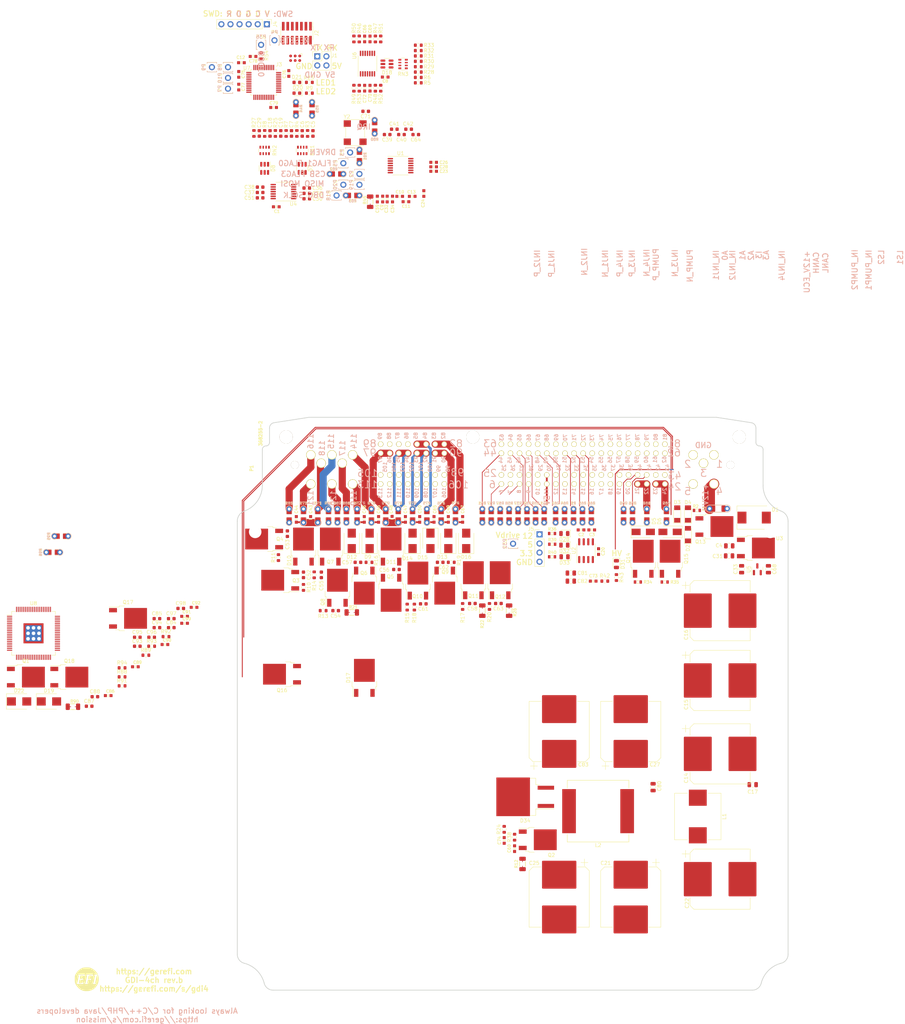
<source format=kicad_pcb>
(kicad_pcb (version 20211014) (generator pcbnew)
  (title_block (title "GDI 4ch") (date "2022-06-03") (rev "Rev. b") (company "http://gerefi.com/"))
  (layers (0 "F.Cu" signal) (1 "In1.Cu" power "GND") (2 "In2.Cu" power "PWR") (31 "B.Cu" signal) (34 "B.Paste" user) (35 "F.Paste" user) (36 "B.SilkS" user "B.Silkscreen") (37 "F.SilkS" user "F.Silkscreen") (38 "B.Mask" user) (39 "F.Mask" user) (44 "Edge.Cuts" user))
  (net 0 "")
  (net 1 "GND")
  (net 5 "/OUT_PUMP_N")
  (net 20 "/OUT_PUMP_P")
  (net 30 "+3V3")
  (net 82 "/CAN_H")
  (net 83 "/CAN_L")
  (net 84 "+BATT")
  (net 85 "/IN_INJ1")
  (net 86 "/IN_INJ2")
  (net 87 "/IN_INJ3")
  (net 88 "+5V")
  (net 89 "Net-(C32-Pad2)")
  (net 90 "Net-(C10-Pad2)")
  (net 91 "Net-(C11-Pad2)")
  (net 92 "Net-(C13-Pad2)")
  (net 93 "/IN_PUMP1")
  (net 94 "/IN_INJ4")
  (net 95 "/VCCP")
  (net 96 "Vdrive")
  (net 97 "/IN_PUMP2")
  (net 98 "Net-(C30-Pad2)")
  (net 99 "Net-(C35-Pad2)")
  (net 100 "Net-(C36-Pad2)")
  (net 101 "Net-(C37-Pad2)")
  (net 102 "Net-(C38-Pad2)")
  (net 103 "Net-(C39-Pad1)")
  (net 104 "Net-(C39-Pad2)")
  (net 105 "Net-(C40-Pad1)")
  (net 106 "Net-(C40-Pad2)")
  (net 107 "Net-(C41-Pad1)")
  (net 108 "/H1")
  (net 109 "Net-(C42-Pad1)")
  (net 110 "/H3")
  (net 111 "/L1")
  (net 112 "/L2")
  (net 113 "/L3")
  (net 114 "/L4")
  (net 115 "Net-(C51-Pad2)")
  (net 116 "Net-(C52-Pad2)")
  (net 117 "Net-(C53-Pad2)")
  (net 118 "Net-(C54-Pad2)")
  (net 119 "Net-(C55-Pad2)")
  (net 120 "Net-(C56-Pad2)")
  (net 121 "Net-(C57-Pad2)")
  (net 122 "Net-(C58-Pad2)")
  (net 123 "Net-(C59-Pad2)")
  (net 124 "Net-(C60-Pad2)")
  (net 125 "Net-(C61-Pad2)")
  (net 126 "/H5")
  (net 127 "Net-(C62-Pad2)")
  (net 128 "Net-(C63-Pad2)")
  (net 129 "Net-(C64-Pad1)")
  (net 130 "/L5")
  (net 131 "Net-(C73-Pad2)")
  (net 132 "Net-(C74-Pad2)")
  (net 133 "Net-(D1-Pad1)")
  (net 134 "Net-(D2-Pad2)")
  (net 135 "Net-(D3-Pad2)")
  (net 136 "Net-(D4-Pad2)")
  (net 137 "/OUT_LS1")
  (net 138 "/OUT_LS2")
  (net 141 "Net-(D20-Pad1)")
  (net 142 "Net-(D20-Pad2)")
  (net 143 "Net-(D21-Pad1)")
  (net 144 "/LED_GREEN")
  (net 145 "Net-(D28-Pad2)")
  (net 146 "Net-(D32-Pad2)")
  (net 147 "Net-(D33-Pad2)")
  (net 148 "Net-(P1-Pad4)")
  (net 149 "/UART_TX")
  (net 150 "/UART_RX")
  (net 153 "/SWDIO")
  (net 154 "/SWCLK")
  (net 155 "/SWO")
  (net 158 "/nRESET")
  (net 161 "Net-(P1-Pad6)")
  (net 162 "Net-(P1-Pad7)")
  (net 163 "Net-(P1-Pad8)")
  (net 164 "Net-(P1-Pad9)")
  (net 165 "Net-(P1-Pad21)")
  (net 166 "Net-(P1-Pad23)")
  (net 167 "Net-(P1-Pad40)")
  (net 168 "Net-(P1-Pad41)")
  (net 169 "Net-(P1-Pad44)")
  (net 170 "Net-(P1-Pad45)")
  (net 171 "Net-(P1-Pad46)")
  (net 172 "Net-(P1-Pad47)")
  (net 173 "Net-(P1-Pad48)")
  (net 174 "Net-(P1-Pad49)")
  (net 175 "Net-(P1-Pad51)")
  (net 176 "Net-(P1-Pad52)")
  (net 177 "Net-(P1-Pad53)")
  (net 178 "/OUT_INJ3_N")
  (net 179 "/OUT_INJ4_N")
  (net 180 "/OUT_INJ3_P")
  (net 181 "/OUT_INJ4_P")
  (net 182 "/OUT_INJ1_N")
  (net 183 "/H7")
  (net 184 "/L7")
  (net 185 "/IN_INJ5")
  (net 186 "/OUT_INJ1_P")
  (net 187 "/OUT_INJ2_N")
  (net 188 "/IN_INJ6")
  (net 189 "/OUT_INJ2_P")
  (net 190 "/CSB")
  (net 191 "/DRVEN")
  (net 192 "/RESETB")
  (net 193 "/FLAG_0")
  (net 194 "Net-(C87-Pad2)")
  (net 195 "Net-(P7-Pad1)")
  (net 196 "Net-(P8-Pad1)")
  (net 197 "Net-(P9-Pad1)")
  (net 198 "Net-(P10-Pad1)")
  (net 199 "Net-(C88-Pad2)")
  (net 200 "Net-(R44-Pad2)")
  (net 201 "Net-(R55-Pad2)")
  (net 202 "Net-(R80-Pad1)")
  (net 203 "/IRQ")
  (net 204 "Net-(R81-Pad1)")
  (net 205 "/FLAG_1")
  (net 206 "/SCLK")
  (net 207 "/MISO")
  (net 208 "/MOSI")
  (net 209 "Net-(R82-Pad1)")
  (net 210 "/FLAG_2")
  (net 211 "Net-(R83-Pad1)")
  (net 212 "/DBG")
  (net 213 "/L6")
  (net 214 "/LS1")
  (net 215 "/LS2")
  (net 216 "/IN_A0")
  (net 217 "Net-(R10-Pad1)")
  (net 218 "Net-(R11-Pad1)")
  (net 219 "Net-(R13-Pad1)")
  (net 220 "Net-(R14-Pad1)")
  (net 221 "Net-(R15-Pad1)")
  (net 222 "Net-(R16-Pad1)")
  (net 223 "Net-(R17-Pad1)")
  (net 224 "Net-(R18-Pad1)")
  (net 225 "Net-(R19-Pad1)")
  (net 226 "Net-(R20-Pad1)")
  (net 227 "Net-(R24-Pad2)")
  (net 228 "/IN_A1")
  (net 229 "/IN_A2")
  (net 230 "/IN_A3")
  (net 232 "/A0")
  (net 233 "Net-(R46-Pad2)")
  (net 234 "/A1")
  (net 235 "Net-(R47-Pad2)")
  (net 236 "/A2")
  (net 237 "Net-(R48-Pad2)")
  (net 238 "/A3")
  (net 239 "Net-(R49-Pad2)")
  (net 240 "/Boot0")
  (net 241 "Net-(C93-Pad1)")
  (net 242 "Net-(C93-Pad2)")
  (net 243 "Net-(C94-Pad2)")
  (net 244 "Net-(C95-Pad1)")
  (net 245 "/CLK")
  (net 246 "/START1")
  (net 247 "/START2")
  (net 248 "/START3")
  (net 249 "/START4")
  (net 250 "/START5")
  (net 251 "/START6")
  (net 252 "/OA_1")
  (net 253 "/OA_2")
  (net 254 "/CAN_TX")
  (net 255 "/CAN_RX")
  (net 256 "Net-(C10-Pad1)")
  (net 257 "Net-(C11-Pad1)")
  (net 258 "Net-(C13-Pad1)")
  (net 259 "Net-(C24-Pad1)")
  (net 260 "Net-(C24-Pad2)")
  (net 261 "/Vdrive_coil")
  (net 262 "/+Batt_filtered")
  (net 263 "/Vdrive_shunt")
  (net 264 "Net-(C54-Pad1)")
  (net 265 "Net-(C58-Pad1)")
  (net 266 "Net-(C63-Pad1)")
  (net 267 "Net-(C66-Pad2)")
  (net 268 "Net-(C69-Pad2)")
  (net 269 "Net-(C70-Pad2)")
  (net 270 "Net-(C72-Pad2)")
  (net 271 "Net-(D31-Pad2)")
  (net 274 "Net-(C95-Pad2)")
  (net 275 "Net-(C96-Pad2)")
  (net 276 "Net-(C97-Pad1)")
  (net 277 "Net-(C98-Pad1)")
  (net 278 "Net-(C99-Pad1)")
  (net 279 "Net-(C99-Pad2)")
  (net 280 "/OUT_INJ6_N")
  (net 281 "/OUT_INJ5_P")
  (net 282 "/OUT_INJ5_N")
  (net 283 "/OUT_INJ6_P")
  (net 284 "Net-(R91-Pad1)")
  (net 285 "Net-(R92-Pad1)")
  (net 286 "Net-(R93-Pad1)")
  (net 287 "Net-(R94-Pad1)")
  (net 288 "Net-(R95-Pad1)")
  (net 289 "/FLAG_4")
  (net 290 "Net-(R96-Pad1)")
  (net 291 "/FLAG_3")
  (net 292 "/START7")
  (net 293 "/START8")
  (net 298 "/OA_3")
  (footprint "hellen-one-common:PAD-0805-PAD" (layer "F.Cu") (at 128 53.5 -90)
    (fp_text reference "R75")
    (fp_text value "Jumper-Pad-Pad" hide)
  )
  (footprint "Diode_SMD:D_SMB" (layer "F.Cu") (at 124 60.5 90)
    (fp_text reference "D14")
    (fp_text value "STPS2H100UY")
  )
  (footprint "Capacitor_SMD:C_0603_1608Metric" (layer "F.Cu") (at 122.9 -54.475 180)
    (fp_text reference "C42")
    (fp_text value "0.33uF")
  )
  (footprint "Capacitor_SMD:C_0603_1608Metric" (layer "F.Cu") (at 81.375 -35.3)
    (fp_text reference "C51")
    (fp_text value "1000pF")
  )
  (footprint "kicad6-libraries:Shunt_1206" (layer "F.Cu") (at 151 80 -90)
    (fp_text reference "R26")
    (fp_text value "0.01" hide)
  )
  (footprint "hellen-one-common:PAD-TH" (layer "F.Cu") (at 104.65 -38.975 90)
    (fp_text reference "P20")
    (fp_text value "Pad" hide)
  )
  (footprint "hellen-one-common:PAD-0805-PAD" (layer "F.Cu") (at 103 53.5 -90)
    (fp_text reference "R87")
    (fp_text value "Jumper-Pad-Pad" hide)
  )
  (footprint "Resistor_SMD:R_0603_1608Metric" (layer "F.Cu") (at 145.5 78.825 90)
    (fp_text reference "R20")
    (fp_text value "10")
  )
  (footprint "Resistor_SMD:R_0603_1608Metric" (layer "F.Cu") (at 149.625 141.075 90)
    (fp_text reference "R24")
    (fp_text value "10")
  )
  (footprint "hellen-one-common:C0603" (layer "F.Cu") (at 152.525 146.475 90)
    (fp_text reference "C60")
    (fp_text value "330p" hide)
  )
  (footprint "hellen-one-common:PAD-0805-PAD" (layer "F.Cu") (at 105.5 53.5 -90)
    (fp_text reference "R86")
    (fp_text value "Jumper-Pad-Pad" hide)
  )
  (footprint "hellen-one-common:PAD-0805-PAD" (layer "F.Cu") (at 174 53.5 -90)
    (fp_text reference "R66")
    (fp_text value "Jumper-Pad-Pad" hide)
  )
  (footprint "Resistor_SMD:R_0603_1608Metric" (layer "F.Cu") (at 107.6 -79.6875 -90)
    (fp_text reference "R46")
    (fp_text value "6.8K")
  )
  (footprint "hellen-one-common:PAD-0805-PAD" (layer "F.Cu") (at 95.9 -60.145 90)
    (fp_text reference "R55")
    (fp_text value "DNP" hide)
  )
  (footprint "Package_TO_SOT_SMD:TO-252-2" (layer "F.Cu") (at 44.45 82.15)
    (fp_text reference "Q17")
    (fp_text value "BUK9230-100B")
  )
  (footprint "kicad6-libraries:gerefi_logo" (layer "F.Cu") (at 32.9 183)
    (fp_text reference "G1" hide)
    (fp_text value "gerefi_LOGO" hide)
  )
  (footprint "Diode_SMD:D_SMB" (layer "F.Cu") (at 129 60.5 -90)
    (fp_text reference "D15")
    (fp_text value "STPS2H100UY")
  )
  (footprint "hellen-one-common:C0603" (layer "F.Cu") (at 116.9 -34.975 90)
    (fp_text reference "C32")
    (fp_text value "100n" hide)
  )
  (footprint "Resistor_SMD:R_0603_1608Metric" (layer "F.Cu") (at 109.1 -65.9375 -90)
    (fp_text reference "R53")
    (fp_text value "10K")
  )
  (footprint "hellen-one-common:C0603" (layer "F.Cu") (at 176 63.5 -90)
    (fp_text reference "C20")
    (fp_text value "100n" hide)
  )
  (footprint "Resistor_SMD:R_0603_1608Metric" (layer "F.Cu") (at 125.6 -76.4375 180)
    (fp_text reference "R32")
    (fp_text value "DNP")
  )
  (footprint "Package_QFP:LQFP-48_7x7mm_P0.5mm" (layer "F.Cu") (at 82.4 -67.55)
    (fp_text reference "U7")
    (fp_text value "STM32F103C8Tx")
  )
  (footprint "hellen-one-common:C0603" (layer "F.Cu") (at 171.1 57.45 180)
    (fp_text reference "C2")
    (fp_text value "47p" hide)
  )
  (footprint "Resistor_SMD:R_0603_1608Metric" (layer "F.Cu") (at 125.6 -67.4375 180)
    (fp_text reference "R5")
    (fp_text value "DNP")
  )
  (footprint "Resistor_SMD:R_0603_1608Metric" (layer "F.Cu") (at 125.6 -70.4375 180)
    (fp_text reference "R28")
    (fp_text value "DNP")
  )
  (footprint "Capacitor_SMD:CP_Elec_16x17.5" (layer "F.Cu") (at 185 160 -90)
    (fp_text reference "C21")
    (fp_text value "390uF")
  )
  (footprint "hellen-one-common:PAD-0805-PAD" (layer "F.Cu") (at 148.5 53.5 -90)
    (fp_text reference "R67")
    (fp_text value "Jumper-Pad-Pad" hide)
  )
  (footprint "Resistor_SMD:R_0603_1608Metric" (layer "F.Cu") (at 122.5 79 90)
    (fp_text reference "R15")
    (fp_text value "10")
  )
  (footprint "hellen-one-common:PAD-0805-PAD" (layer "F.Cu") (at 189.5 53.5 -90)
    (fp_text reference "R68")
    (fp_text value "Jumper-Pad-Pad" hide)
  )
  (footprint "hellen-one-common:PAD-0805-PAD" (layer "F.Cu") (at 116.5 53.5 -90)
    (fp_text reference "R79")
    (fp_text value "Jumper-Pad-Pad" hide)
  )
  (footprint "kicad6-libraries:Shunt_1206" (layer "F.Cu") (at 29.04002 106.837928)
    (fp_text reference "R90")
    (fp_text value "0.01" hide)
  )
  (footprint "hellen-one-common:C0603" (layer "F.Cu") (at 54.770001 89.454986)
    (fp_text reference "C90")
    (fp_text value "4700p" hide)
  )
  (footprint "hellen-one-common:C0603" (layer "F.Cu") (at 174.1 57.45 180)
    (fp_text reference "C3")
    (fp_text value "47p" hide)
  )
  (footprint "Resistor_SMD:R_0603_1608Metric" (layer "F.Cu") (at 125.6 -71.9375)
    (fp_text reference "R29")
    (fp_text value "470K")
  )
  (footprint "hellen-one-common:C0603" (layer "F.Cu") (at 129.9 -42.725 180)
    (fp_text reference "C23")
    (fp_text value "100n" hide)
  )
  (footprint "Package_TO_SOT_SMD:TO-252-2" (layer "F.Cu") (at 118 62.1 90)
    (fp_text reference "D11")
    (fp_text value "SBR10200CTL")
  )
  (footprint "Resistor_SMD:R_0603_1608Metric" (layer "F.Cu") (at 113.6 -79.6875 -90)
    (fp_text reference "R47")
    (fp_text value "6.8K")
  )
  (footprint "hellen-one-common:PAD-0805-PAD" (layer "F.Cu") (at 107.245 -35.975 180)
    (fp_text reference "R83")
    (fp_text value "DNP" hide)
  )
  (footprint "Resistor_SMD:R_0603_1608Metric" (layer "F.Cu") (at 111.825 66.5 180)
    (fp_text reference "R16")
    (fp_text value "10")
  )
  (footprint "Package_TO_SOT_SMD:TO-252-2" (layer "F.Cu") (at 141 71.5 90)
    (fp_text reference "Q9")
    (fp_text value "BUK9230-100B")
  )
  (footprint "Package_TO_SOT_SMD:TO-252-2" (layer "F.Cu") (at 220 62.5)
    (fp_text reference "U3")
    (fp_text value "LM78M05_TO252")
  )
  (footprint "Oscillator:Oscillator_SMD_Diodes_FN-4Pin_7.0x5.0mm" (layer "F.Cu") (at 107.95 -53.515)
    (fp_text reference "Y2")
    (fp_text value "1MHz")
  )
  (footprint "hellen-one-common:C0603" (layer "F.Cu") (at 149.625 144.175 90)
    (fp_text reference "C74")
    (fp_text value "470p" hide)
  )
  (footprint "Package_TO_SOT_SMD:TO-252-2" (layer "F.Cu") (at 110.525 98.775 90)
    (fp_text reference "D17")
    (fp_text value "SBR10200CTL")
  )
  (footprint "Diode_SMD:D_SMB" (layer "F.Cu") (at 112 60.5 90)
    (fp_text reference "D9")
    (fp_text value "STPS2H100UY")
  )
  (footprint "Package_SO:TSSOP-14_4.4x5mm_P0.65mm" (layer "F.Cu") (at 120.65 -44.3)
    (fp_text reference "U1")
    (fp_text value "74HC14")
  )
  (footprint "Capacitor_SMD:C_0603_1608Metric" (layer "F.Cu") (at 33.57 106.69)
    (fp_text reference "C87")
    (fp_text value "1000pF")
  )
  (footprint "Inductor_SMD:L_Wuerth_HCI-1350" (layer "F.Cu") (at 203.75 137.5 -90)
    (fp_text reference "L1")
    (fp_text value "6.8uH")
  )
  (footprint "Capacitor_SMD:C_0603_1608Metric" (layer "F.Cu") (at 148 78 180)
    (fp_text reference "C63")
    (fp_text value "1000pF")
  )
  (footprint "Package_TO_SOT_SMD:SOT-23-6" (layer "F.Cu") (at 82.65 -43.55 -90)
    (fp_text reference "D8")
    (fp_text value "SRV05-4")
  )
  (footprint "Resistor_SMD:R_0603_1608Metric" (layer "F.Cu") (at 95.15 -67.55 180)
    (fp_text reference "R23")
    (fp_text value "1K")
  )
  (footprint "Capacitor_SMD:C_0603_1608Metric" (layer "F.Cu") (at 94.425 -36.55 180)
    (fp_text reference "C35")
    (fp_text value "1000pF")
  )
  (footprint "Capacitor_SMD:CP_Elec_16x17.5" (layer "F.Cu") (at 210 155)
    (fp_text reference "C22")
    (fp_text value "390uF")
  )
  (footprint "Package_TO_SOT_SMD:TO-252-2" (layer "F.Cu") (at 208.4 56.5)
    (fp_text reference "Q13")
    (fp_text value "AOD4185")
  )
  (footprint "Capacitor_SMD:C_0805_2012Metric" (layer "F.Cu") (at 191.25 129.3 90)
    (fp_text reference "C80")
    (fp_text value "0.22uF")
  )
  (footprint "Package_TO_SOT_SMD:TO-252-2" (layer "F.Cu") (at 125.5 71.6 90)
    (fp_text reference "Q10")
    (fp_text value "BUK9230-100B")
  )
  (footprint "Capacitor_SMD:C_0805_2012Metric" (layer "F.Cu") (at 219.1 128.6)
    (fp_text reference "C17")
    (fp_text value "0.22uF")
  )
  (footprint "Package_TO_SOT_SMD:TO-252-2" (layer "F.Cu") (at 93.5 62.1 90)
    (fp_text reference "D10")
    (fp_text value "SBR10200CTL")
  )
  (footprint "Capacitor_SMD:C_0805_2012Metric" (layer "F.Cu") (at 223.5 68.425 -90)
    (fp_text reference "C68")
    (fp_text value "10u")
  )
  (footprint "hellen-one-common:C0603" (layer "F.Cu") (at 116.35 -69.05)
    (fp_text reference "C8")
    (fp_text value "100n" hide)
  )
  (footprint "hellen-one-common:C0603" (layer "F.Cu") (at 60.260001 83.524986)
    (fp_text reference "C99")
    (fp_text value "330p" hide)
  )
  (footprint "hellen-one-common:PAD-0805-PAD" (layer "F.Cu") (at 113.4 -55.13 90)
    (fp_text reference "R80")
    (fp_text value "DNP" hide)
  )
  (footprint "Package_TO_SOT_SMD:SOT-23" (layer "F.Cu") (at 220.4 68.4375 90)
    (fp_text reference "U5")
    (fp_text value "XC6206P332MR")
  )
  (footprint "hellen-one-common:PAD-0805-PAD" (layer "F.Cu") (at 23.5 63.7)
    (fp_text reference "R96")
    (fp_text value "DNP" hide)
  )
  (footprint "hellen-one-common:PAD-0805-PAD" (layer "F.Cu") (at 153.5 53.5 -90)
    (fp_text reference "R37")
    (fp_text value "Jumper-Pad-Pad" hide)
  )
  (footprint "Capacitor_SMD:C_0603_1608Metric" (layer "F.Cu") (at 81.15 -53.3 -90)
    (fp_text reference "C29")
    (fp_text value "1000pF")
  )
  (footprint "hellen-one-common:PAD-TH" (layer "F.Cu") (at 72.4 -68.8 90)
    (fp_text reference "P10")
    (fp_text value "Pad" hide)
  )
  (footprint "hellen-one-common:C0603" (layer "F.Cu") (at 46.500001 95.674986)
    (fp_text reference "C89")
    (fp_text value "4700p" hide)
  )
  (footprint "Connector_PinHeader_1.27mm:PinHeader_2x07_P1.27mm_Vertical_SMD" (layer "F.Cu") (at 91.65 -81.3 -90)
    (fp_text reference "J2")
    (fp_text value "FTSH-107-01-F-DV-K")
  )
  (footprint "Diode_SMD:D_SMA" (layer "F.Cu") (at 188.5 58)
    (fp_text reference "D5")
    (fp_text value "D_Schottky")
  )
  (footprint "Capacitor_SMD:C_0603_1608Metric" (layer "F.Cu") (at 87.15 -53.3 -90)
    (fp_text reference "C19")
    (fp_text value "1000pF")
  )
  (footprint "Capacitor_SMD:C_0603_1608Metric" (layer "F.Cu") (at 59.19 79.38)
    (fp_text reference "C98")
    (fp_text value "0.33uF")
  )
  (footprint "Package_TO_SOT_SMD:TO-252-2" (layer "F.Cu") (at 188.5 65.5 90)
    (fp_text reference "Q14")
    (fp_text value "VND14NV04TR-E")
  )
  (footprint "hellen-one-common:PAD-0805-PAD" (layer "F.Cu") (at 97.5 53.5 -90)
    (fp_text reference "R71")
    (fp_text value "Jumper-Pad-Pad" hide)
  )
  (footprint "hellen-one-common:PAD-0805-PAD" (layer "F.Cu") (at 109.15 -46.88 90)
    (fp_text reference "R81")
    (fp_text value "DNP" hide)
  )
  (footprint "Resistor_SMD:R_0603_1608Metric" (layer "F.Cu") (at 107.6 -65.9375 90)
    (fp_text reference "R49")
    (fp_text value "6.8K")
  )
  (footprint "hellen-one-common:PAD-0805-PAD" (layer "F.Cu") (at 185.5 53.5 -90)
    (fp_text reference "R56")
    (fp_text value "Jumper-Pad-Pad" hide)
  )
  (footprint "Resistor_SMD:R_0603_1608Metric" (layer "F.Cu") (at 125.6 -73.4375 180)
    (fp_text reference "R30")
    (fp_text value "DNP")
  )
  (footprint "Resistor_SMD:R_0603_1608Metric" (layer "F.Cu") (at 138 78.825 90)
    (fp_text reference "R17")
    (fp_text value "10")
  )
  (footprint "Diode_SMD:D_SMC" (layer "F.Cu") (at 219.5 54)
    (fp_text reference "D1")
    (fp_text value "SMCJ22CA")
  )
  (footprint "Capacitor_SMD:C_0603_1608Metric" (layer "F.Cu") (at 140.725 78 180)
    (fp_text reference "C58")
    (fp_text value "1000pF")
  )
  (footprint "Capacitor_SMD:C_0603_1608Metric" (layer "F.Cu") (at 84.15 -53.3 -90)
    (fp_text reference "C18")
    (fp_text value "1000pF")
  )
  (footprint "hellen-one-common:R0603" (layer "F.Cu") (at 203.5 52)
    (fp_text reference "R2")
    (fp_text value "10k" hide)
  )
  (footprint "hellen-one-common:C0603" (layer "F.Cu") (at 174.5 71.75)
    (fp_text reference "C73")
    (fp_text value "330p" hide)
  )
  (footprint "Package_SO:SOIC-8_3.9x4.9mm_P1.27mm" (layer "F.Cu") (at 172.5 63.25 90)
    (fp_text reference "U2")
    (fp_text value "TJA1051T-3")
  )
  (footprint "MountingHole:MountingHole_5.5mm" (layer "F.Cu") (at 216.000001 179.5 180)
    (fp_text reference "J8" hide)
    (fp_text value "Conn_01x01")
  )
  (footprint "Resistor_SMD:R_0603_1608Metric" (layer "F.Cu") (at 99 80)
    (fp_text reference "R13")
    (fp_text value "10")
  )
  (footprint "hellen-one-common:C0603" (layer "F.Cu") (at 127.15 -36.515001 90)
    (fp_text reference "C24")
    (fp_text value "330p" hide)
  )
  (footprint "Resistor_SMD:R_0603_1608Metric" (layer "F.Cu") (at 95.15 -64.55)
    (fp_text reference "R9")
    (fp_text value "1K")
  )
  (footprint "kicad6-libraries:Shunt_1206" (layer "F.Cu") (at 143.5 80 -90)
    (fp_text reference "R22")
    (fp_text value "0.01" hide)
  )
  (footprint "Connector_PinHeader_2.54mm:PinHeader_2x02_P2.54mm_Vertical" (layer "F.Cu") (at 97.375 -74.825)
    (fp_text reference "J1")
    (fp_text value "Conn_02x02_Odd_Even")
  )
  (footprint "hellen-one-common:PAD-TH" (layer "F.Cu") (at 67.9 -71.8 90)
    (fp_text reference "P9")
    (fp_text value "Pad" hide)
  )
  (footprint "Resistor_SMD:R_0603_1608Metric" (layer "F.Cu") (at 115.1 -65.9375 -90)
    (fp_text reference "R52")
    (fp_text value "10K")
  )
  (footprint "hellen-one-common:C0603" (layer "F.Cu") (at 85.9 -32.8 180)
    (fp_text reference "C1")
    (fp_text value "100n" hide)
  )
  (footprint "Capacitor_SMD:C_0603_1608Metric" (layer "F.Cu") (at 56.54 82.23)
    (fp_text reference "C97")
    (fp_text value "0.33uF")
  )
  (footprint "Resistor_SMD:R_0603_1608Metric" (layer "F.Cu") (at 152.525 143.275 90)
    (fp_text reference "R38")
    (fp_text value "5.1")
  )
  (footprint "hellen-one-common:R0603" (layer "F.Cu") (at 163.05 61.45 180)
    (fp_text reference "R39")
    (fp_text value "1.6k" hide)
  )
  (footprint "hellen-one-common:PAD-TH" (layer "F.Cu") (at 102.75 -35.975 90)
    (fp_text reference "P18")
    (fp_text value "Pad" hide)
  )
  (footprint "Diode_SMD:D_SMA" (layer "F.Cu") (at 196 58 180)
    (fp_text reference "D6")
    (fp_text value "D_Schottky")
  )
  (footprint "Capacitor_SMD:C_0805_2012Metric" (layer "F.Cu") (at 212.5 64.7)
    (fp_text reference "C31")
    (fp_text value "10u")
  )
  (footprint "hellen-one-common:C0603" (layer "F.Cu") (at 38.900001 103.724986)
    (fp_text reference "C86")
    (fp_text value "100n" hide)
  )
  (footprint "hellen-one-common:C0603" (layer "F.Cu") (at 62.910001 79.074986)
    (fp_text reference "C92")
    (fp_text value "4700p" hide)
  )
  (footprint "hellen-one-common:PAD-0805-PAD" (layer "F.Cu") (at 136 53.5 -90)
    (fp_text reference "R74")
    (fp_text value "Jumper-Pad-Pad" hide)
  )
  (footprint "hellen-one-common:C0603" (layer "F.Cu") (at 138 54.5 -90)
    (fp_text reference "C67")
    (fp_text value "4700p" hide)
  )
  (footprint "Connector:Tag-Connect_TC2030-IDC-NL_2x03_P1.27mm_Vertical" (layer "F.Cu") (at 91.18 -74.3 180)
    (fp_text reference "J3")
    (fp_text value "TC2030")
  )
  (footprint "hellen-one-common:C0603" (layer "F.Cu") (at 122 54.5 -90)
    (fp_text reference "C47")
    (fp_text value "4700p" hide)
  )
  (footprint "Package_SO:TSSOP-14_4.4x5mm_P0.65mm" (layer "F.Cu") (at 111.4 -72.8 90)
    (fp_text reference "U6")
    (fp_text value "MCP6004")
  )
  (footprint "Package_TO_SOT_SMD:TO-263-2" (layer "F.Cu") (at 155.5 132 180)
    (fp_text reference "D34")
    (fp_text value "SDURB1020CT")
  )
  (footprint "hellen-one-common:C0603" (layer "F.Cu") (at 76.15 -73.05 180)
    (fp_text reference "C12")
    (fp_text value "4.7u" hide)
  )
  (footprint "Capacitor_SMD:C_0603_1608Metric" (layer "F.Cu") (at 89 58.5 -90)
    (fp_text reference "C53")
    (fp_text value "1000pF")
  )
  (footprint "Resistor_SMD:R_0603_1608Metric" (layer "F.Cu") (at 94.65 -53.3 -90)
    (fp_text reference "R3")
    (fp_text value "1K")
  )
  (footprint "hellen-one-common:C0603" (layer "F.Cu") (at 89.4 -70.05 90)
    (fp_text reference "C76")
    (fp_text value "100n" hide)
  )
  (footprint "hellen-one-common:C0603" (layer "F.Cu") (at 75.4 -69.8 90)
    (fp_text reference "C75")
    (fp_text value "100n" hide)
  )
  (footprint "hellen-one-common:PAD-0805-PAD" (layer "F.Cu") (at 143.5 53.5 -90)
    (fp_text reference "R61")
    (fp_text value "Jumper-Pad-Pad" hide)
  )
  (footprint "hellen-one-common:C0603" (layer "F.Cu") (at 118.275 54.450021 -90)
    (fp_text reference "C48")
    (fp_text value "4700p" hide)
  )
  (footprint "Resistor_SMD:R_0603_1608Metric" (layer "F.Cu") (at 42.78 95.98)
    (fp_text reference "R94")
    (fp_text value "10")
  )
  (footprint "Diode_SMD:D_SMB" (layer "F.Cu") (at 13.99 105.36)
    (fp_text reference "D22")
    (fp_text value "STPS2H100UY")
  )
  (footprint "Capacitor_SMD:C_0805_2012Metric" (layer "F.Cu") (at 168.25 69.5)
    (fp_text reference "C81")
    (fp_text value "0.22uF")
  )
  (footprint "Resistor_SMD:R_0603_1608Metric" (layer "F.Cu") (at 51.05 89.94)
    (fp_text reference "R93")
    (fp_text value "10")
  )
  (footprint "hellen-one-common:C0603" (layer "F.Cu") (at 112.1 -79.6875 -90)
    (fp_text reference "C69")
    (fp_text value "100n" hide)
  )
  (footprint "hellen-one-common:C0603" (layer "F.Cu") (at 110.6 -65.9375 90)
    (fp_text reference "C72")
    (fp_text value "100n" hide)
  )
  (footprint "hellen-one-common:PAD-0805-PAD" (layer "F.Cu") (at 124 53.5 -90)
    (fp_text reference "R77")
    (fp_text value "Jumper-Pad-Pad" hide)
  )
  (footprint "hellen-one-common:PAD-0805-PAD" (layer "F.Cu") (at 160.8 53.5 -90)
    (fp_text reference "R41")
    (fp_text value "Jumper-Pad-Pad" hide)
  )
  (footprint "hellen-one-common:PAD-TH" (layer "F.Cu") (at 72.4 -65.8 90)
    (fp_text reference "P7")
    (fp_text value "Pad" hide)
  )
  (footprint "hellen-one-common:PAD-TH" (layer "F.Cu") (at 109.15 -41.975 90)
    (fp_text reference "P2")
    (fp_text value "Pad" hide)
  )
  (footprint "hellen-one-common:C0603" (layer "F.Cu") (at 75.4 -66.25 -90)
    (fp_text reference "C77")
    (fp_text value "100n" hide)
  )
  (footprint "Resistor_SMD:R_0603_1608Metric" (layer "F.Cu") (at 82.65 -53.3 -90)
    (fp_text reference "R8")
    (fp_text value "1K")
  )
  (footprint "Resistor_SMD:R_0603_1608Metric" (layer "F.Cu") (at 109.1 -79.6875 90)
    (fp_text reference "R50")
    (fp_text value "10K")
  )
  (footprint "Resistor_SMD:R_0603_1608Metric" (layer "F.Cu") (at 96.5 70 90)
    (fp_text reference "R14")
    (fp_text value "10")
  )
  (footprint "Resistor_SMD:R_0603_1608Metric" (layer "F.Cu") (at 79.65 -53.3 -90)
    (fp_text reference "R27")
    (fp_text value "1K")
  )
  (footprint "MountingHole:MountingHole_5.5mm" (layer "F.Cu") (at 88.000001 179.5 180)
    (fp_text reference "J9" hide)
    (fp_text value "Conn_01x01")
  )
  (footprint "hellen-one-common:C0603" (layer "F.Cu") (at 129.9 -45.225 180)
    (fp_text reference "C26")
    (fp_text value "4.7u" hide)
  )
  (footprint "hellen-one-common:C0603" (layer "F.Cu") (at 118.4 -34.975 90)
    (fp_text reference "C34")
    (fp_text value "100n" hide)
  )
  (footprint "Resistor_SMD:R_0603_1608Metric" (layer "F.Cu") (at 125.6 -74.9375)
    (fp_text reference "R31")
    (fp_text value "470K")
  )
  (footprint "Diode_SMD:D_SMB" (layer "F.Cu") (at 139 60.5 90)
    (fp_text reference "D16")
    (fp_text value "STPS2H100UY")
  )
  (footprint "Resistor_SMD:R_0603_1608Metric" (layer "F.Cu") (at 85.65 -53.3 -90)
    (fp_text reference "R25")
    (fp_text value "1K")
  )
  (footprint "hellen-one-common:C0603" (layer "F.Cu") (at 122.15 -34.225)
    (fp_text reference "C11")
    (fp_text value "330p" hide)
  )
  (footprint "hellen-one-common:C0603" (layer "F.Cu") (at 126 54.5 -90)
    (fp_text reference "C50")
    (fp_text value "4700p" hide)
  )
  (footprint "Package_TO_SOT_SMD:TO-252-2" (layer "F.Cu") (at 118 75 -90)
    (fp_text reference "Q5")
    (fp_text value "BUK9230-100B")
  )
  (footprint "Resistor_SMD:R_0603_1608Metric" (layer "F.Cu") (at 42.78 101)
    (fp_text reference "R91")
    (fp_text value "10")
  )
  (footprint "hellen-one-common:C0603" (layer "F.Cu") (at 120.4 -35.725)
    (fp_text reference "C10")
    (fp_text value "330p" hide)
  )
  (footprint "hellen-one-common:PAD-TH" (layer "F.Cu") (at 152.1 61.3 90)
    (fp_text reference "P32")
    (fp_text value "Pad" hide)
  )
  (footprint "Capacitor_SMD:C_0805_2012Metric" (layer "F.Cu") (at 212.55 61.9)
    (fp_text reference "C4")
    (fp_text value "10u")
  )
  (footprint "Diode_SMD:D_MiniMELF" (layer "F.Cu") (at 198 53 90)
    (fp_text reference "D3")
    (fp_text value "ZMM5V6")
  )
  (footprint "kicad6-libraries:TE_368255-2" (layer "F.Cu") (at 95.492001 44.622)
    (fp_text reference "P1")
    (fp_text value "368255-2")
  )
  (footprint "Capacitor_SMD:C_0603_1608Metric" (layer "F.Cu") (at 131.725 66.5)
    (fp_text reference "C62")
    (fp_text value "1000pF")
  )
  (footprint "Package_TO_SOT_SMD:TO-252-2" (layer "F.Cu") (at 196 65.5 90)
    (fp_text reference "Q15")
    (fp_text value "VND14NV04TR-E")
  )
  (footprint "Resistor_SMD:R_0603_1608Metric" (layer "F.Cu") (at 134.825 66.5 180)
    (fp_text reference "R19")
    (fp_text value "10")
  )
  (footprint "hellen-one-common:C0603" (layer "F.Cu") (at 95.5 54.5 -90)
    (fp_text reference "C43")
    (fp_text value "4700p" hide)
  )
  (footprint "hellen-one-common:C0603" (layer "F.Cu") (at 112.1 -65.9375 90)
    (fp_text reference "C70")
    (fp_text value "100n" hide)
  )
  (footprint "LED_SMD:LED_0603_1608Metric" (layer "F.Cu") (at 91.65 -67.55 180)
    (fp_text reference "D21")
    (fp_text value "GREEN")
  )
  (footprint "Resistor_SMD:R_0603_1608Metric" (layer "F.Cu") (at 55.06 87.25)
    (fp_text reference "R92")
    (fp_text value "10")
  )
  (footprint "hellen-one-common:PAD-0805-PAD" (layer "F.Cu") (at 102.745 -41.975 180)
    (fp_text reference "R82")
    (fp_text value "DNP" hide)
  )
  (footprint "Capacitor_SMD:CP_Elec_16x17.5" (layer "F.Cu") (at 165 113.75 90)
    (fp_text reference "C83")
    (fp_text value "390uF")
  )
  (footprint "hellen-one-common:PAD-0805-PAD" (layer "F.Cu") (at 132 53.5 -90)
    (fp_text reference "R76")
    (fp_text value "Jumper-Pad-Pad" hide)
  )
  (footprint "Resistor_SMD:R_0603_1608Metric" (layer "F.Cu") (at 49.44 92.45)
    (fp_text reference "R89")
    (fp_text value "1K")
  )
  (footprint "Resistor_SMD:R_0603_1608Metric" (layer "F.Cu") (at 181 70.75 -90)
    (fp_text reference "R43")
    (fp_text value "75K")
  )
  (footprint "hellen-one-common:PAD-0805-PAD" (layer "F.Cu") (at 108.5 53.5 -90)
    (fp_text reference "R72")
    (fp_text value "Jumper-Pad-Pad" hide)
  )
  (footprint "LED_SMD:LED_0805_2012Metric" (layer "F.Cu") (at 181 67 -90)
    (fp_text reference "D31")
    (fp_text value "LED_Small")
  )
  (footprint "hellen-one-common:PAD-0805-PAD" (layer "F.Cu") (at 164 53.5 -90)
    (fp_text reference "R62")
    (fp_text value "Jumper-Pad-Pad" hide)
  )
  (footprint "hellen-one-common:PAD-TH" (layer "F.Cu") (at 104.65 -44.975 90)
    (fp_text reference "P5")
    (fp_text value "Pad" hide)
  )
  (footprint "Package_TO_SOT_SMD:SOT-23-6" (layer "F.Cu") (at 116.85 -72.6875 180)
    (fp_text reference "D18")
    (fp_text value "SRV05-4")
  )
  (footprint "Resistor_SMD:R_Array_Convex_4x0603" (layer "F.Cu") (at 121.35 -72.6875 180)
    (fp_text reference "RN3")
    (fp_text value "10k")
  )
  (footprint "Capacitor_SMD:C_0603_1608Metric" (layer "F.Cu") (at 94.425 -38.05 180)
    (fp_text reference "C36")
    (fp_text value "1000pF")
  )
  (footprint "hellen-one-common:PAD-0805-PAD" (layer "F.Cu") (at 100.5 53.5 -90)
    (fp_text reference "R84")
    (fp_text value "Jumper-Pad-Pad" hide)
  )
  (footprint "Package_TO_SOT_SMD:TO-252-2" (layer "F.Cu") (at 148.5 71.5 90)
    (fp_text reference "Q12")
    (fp_text value "BUK9230-100B")
  )
  (footprint "LED_SMD:LED_0805_2012Metric" (layer "F.Cu") (at 166.5 64.95 180)
    (fp_text reference "D33")
    (fp_text value "LED_Small")
  )
  (footprint "hellen-one-common:PAD-0805-PAD" (layer "F.Cu") (at 120 53.5 -90)
    (fp_text reference "R78")
    (fp_text value "Jumper-Pad-Pad" hide)
  )
  (footprint "Capacitor_SMD:C_0603_1608Metric" (layer "F.Cu") (at 118.9 -54.475 180)
    (fp_text reference "C41")
    (fp_text value "0.33uF")
  )
  (footprint "hellen-one-common:C0603" (layer "F.Cu") (at 114.15 -34.975 90)
    (fp_text reference "C59")
    (fp_text value "100n" hide)
  )
  (footprint "hellen-one-common:PAD-0805-PAD" (layer "F.Cu") (at 169 53.5 -90)
    (fp_text reference "R1")
    (fp_text value "DNP" hide)
  )
  (footprint "Capacitor_SMD:C_0603_1608Metric" (layer "F.Cu") (at 110.9 -59.475 180)
    (fp_text reference "C71")
    (fp_text value "1000pF")
  )
  (footprint "hellen-one-common:C0603" (layer "F.Cu") (at 110.6 -79.6875 -90)
    (fp_text reference "C66")
    (fp_text value "100n" hide)
  )
  (footprint "Resistor_SMD:R_0603_1608Metric" (layer "F.Cu") (at 91.65 -53.3 -90)
    (fp_text reference "R4")
    (fp_text value "1K")
  )
  (footprint "kicad6-libraries:LQFP-80-1EP_12x12mm_P0.5mm" (layer "F.Cu") (at 18.02 86.33)
    (fp_text reference "U8")
    (fp_text value "PT2000")
  )
  (footprint "hellen-one-common:PAD-0805-PAD" (layer "F.Cu") (at 158.4 53.5 -90)
    (fp_text reference "R59")
    (fp_text value "Jumper-Pad-Pad" hide)
  )
  (footprint "Inductor_SMD:L_Vishay_IHLP-6767" (layer "F.Cu") (at 175.8775 136 180)
    (fp_text reference "L2")
    (fp_text value "10uH")
  )
  (footprint "hellen-one-common:PAD-TH" (layer "F.Cu") (at 109.15 -38.975 90)
    (fp_text reference "P19")
    (fp_text value "Pad" hide)
  )
  (footprint "hellen-one-common:PAD-0805-PAD" (layer "F.Cu") (at 112.5 53.5 -90)
    (fp_text reference "R70")
    (fp_text value "Jumper-Pad-Pad" hide)
  )
  (footprint "Capacitor_SMD:CP_Elec_16x17.5" (layer "F.Cu") (at 185 113.75 90)
    (fp_text reference "C27")
    (fp_text value "390uF")
  )
  (footprint "Package_TO_SOT_SMD:TO-252-2" (layer "F.Cu") (at 87 71.5 180)
    (fp_text reference "Q3")
    (fp_text value "BUK9230-100B")
  )
  (footprint "Resistor_SMD:R_0603_1608Metric" (layer "F.Cu") (at 113.6 -65.9375 90)
    (fp_text reference "R48")
    (fp_text value "6.8K")
  )
  (footprint "Package_TO_SOT_SMD:SOT-23-6" (layer "F.Cu") (at 93.15 -43.55 -90)
    (fp_text reference "D7")
    (fp_text value "SRV05-4")
  )
  (footprint "Resistor_SMD:R_0603_1608Metric" (layer "F.Cu") (at 124.5 79 90)
    (fp_text reference "R18")
    (fp_text value "10")
  )
  (footprint "hellen-one-common:C0603" (layer "F.Cu") (at 123.9 -35.725)
    (fp_text reference "C13")
    (fp_text value "330p" hide)
  )
  (footprint "hellen-one-common:C0603" (layer "F.Cu") (at 115.65 -34.975 90)
    (fp_text reference "C9")
    (fp_text value "1u" hide)
  )
  (footprint "Capacitor_SMD:C_0603_1608Metric" (layer "F.Cu") (at 93.15 -53.3 -90)
    (fp_text reference "C6")
    (fp_text value "1000pF")
  )
  (footprint "Resistor_SMD:R_0603_1608Metric" (layer "F.Cu") (at 42.78 98.49)
    (fp_text reference "R88")
    (fp_text value "1K")
  )
  (footprint "hellen-one-common:PAD-0805-PAD" (layer "F.Cu") (at 183 53.5 -90)
    (fp_text reference "R60")
    (fp_text value "DNP" hide)
  )
  (footprint "Diode_SMD:D_SMB" (layer "F.Cu") (at 107 60.5 90)
    (fp_text reference "D12")
    (fp_text value "STPS2H100UY")
  )
  (footprint "Package_TO_SOT_SMD:TO-252-2" (layer "F.Cu") (at 103 73.6 90)
    (fp_text reference "Q8")
    (fp_text value "BUK9230-100B")
  )
  (footprint "Diode_SMD:D_MiniMELF" (layer "F.Cu") (at 201 53 90)
    (fp_text reference "D4")
    (fp_text value "ZMM5V6")
  )
  (footprint "hellen-one-common:R0603" (layer "F.Cu") (at 163 64.95 180)
    (fp_text reference "R40")
    (fp_text value "750" hide)
  )
  (footprint "Capacitor_SMD:C_0603_1608Metric" (layer "F.Cu") (at 35.18 104.03)
    (fp_text reference "C88")
    (fp_text value "1000pF")
  )
  (footprint "LED_SMD:LED_0805_2012Metric" (layer "F.Cu") (at 166.4375 61.7 180)
    (fp_text reference "D32")
    (fp_text value "LED_Small")
  )
  (footprint "Resistor_SMD:R_0603_1608Metric" (layer "F.Cu") (at 125.6 -77.9375)
    (fp_text reference "R33")
    (fp_text value "470K")
  )
  (footprint "Package_TO_SOT_SMD:TO-252-2" (layer "F.Cu") (at 87.5 97.75 180)
    (fp_text reference "Q16")
    (fp_text value "BUK9230-100B")
  )
  (footprint "kicad6-libraries:Shunt_1206" (layer "F.Cu") (at 154.75 150.75 -90)
    (fp_text reference "R12")
    (fp_text value "0.01" hide)
  )
  (footprint "Capacitor_SMD:C_0603_1608Metric" (layer "F.Cu") (at 52.53 84.74)
    (fp_text reference "C94")
    (fp_text value "1000pF")
  )
  (footprint "Capacitor_SMD:CP_Elec_16x17.5" (layer "F.Cu") (at 210 99.5)
    (fp_text reference "C15")
    (fp_text value "390uF")
  )
  (footprint "Capacitor_SMD:CP_Elec_16x17.5" (layer "F.Cu") (at 165 160 -90)
    (fp_text reference "C25")
    (fp_text value "390uF")
  )
  (footprint "Capacitor_SMD:C_0603_1608Metric" (layer "F.Cu") (at 81.375 -38.3)
    (fp_text reference "C38")
    (fp_text value "1000pF")
  )
  (footprint "MountingHole:MountingHole_4.5mm" (layer "F.Cu") (at 152.000001 111 180)
    (fp_text reference "J10" hide)
    (fp_text value "Conn_01x01")
  )
  (footprint "hellen-one-common:C0603" (layer "F.Cu") (at 85.15 -60.55)
    (fp_text reference "C79")
    (fp_text value "100n" hide)
  )
  (footprint "kicad6-libraries:Shunt_1206" (layer "F.Cu") (at 112.15 -34.225 90)
    (fp_text reference "R45")
    (fp_text value "0.01" hide)
  )
  (footprint "hellen-one-common:PAD-0805-PAD" (layer "F.Cu") (at 156 53.5 -90)
    (fp_text reference "R63")
    (fp_text value "Jumper-Pad-Pad" hide)
  )
  (footprint "hellen-one-common:C0603" (layer "F.Cu") (at 130 54.5 -90)
    (fp_text reference "C65")
    (fp_text value "4700p" hide)
  )
  (footprint "hellen-one-common:PAD-0805-PAD" (layer "F.Cu") (at 195 53.5 -90)
    (fp_text reference "R69")
    (fp_text value "Jumper-Pad-Pad" hide)
  )
  (footprint "hellen-one-common:PAD-1206-PAD" (layer "F.Cu") (at 209.5 51.5)
    (fp_text reference "F1")
    (fp_text value "Fuse-Pad-Pad" hide)
  )
  (footprint "Capacitor_SMD:C_0805_2012Metric" (layer "F.Cu") (at 168.25 71.75)
    (fp_text reference "C82")
    (fp_text value "0.22uF")
  )
  (footprint "hellen-one-common:C0603" (layer "F.Cu") (at 129.9 -43.975 180)
    (fp_text reference "C28")
    (fp_text value "100n" hide)
  )
  (footprint "Capacitor_SMD:C_0603_1608Metric" (layer "F.Cu") (at 90.15 -53.3 -90)
    (fp_text reference "C7")
    (fp_text value "1000pF")
  )
  (footprint "Capacitor_SMD:C_0603_1608Metric" (layer "F.Cu") (at 96.15 -53.3 -90)
    (fp_text reference "C5")
    (fp_text value "1000pF")
  )
  (footprint "Capacitor_SMD:C_0603_1608Metric" (layer "F.Cu") (at 47.04 87.43)
    (fp_text reference "C95")
    (fp_text value "1000pF")
  )
  (footprint "Resistor_SMD:R_0603_1608Metric" (layer "F.Cu") (at 88.65 -53.3 -90)
    (fp_text reference "R7")
    (fp_text value "1K")
  )
  (footprint "Capacitor_SMD:C_0603_1608Metric" (layer "F.Cu") (at 102.5 80 180)
    (fp_text reference "C54")
    (fp_text value "1000pF")
  )
  (footprint "Capacitor_SMD:C_0603_1608Metric" (layer "F.Cu") (at 127 78.1 180)
    (fp_text reference "C61")
    (fp_text value "1000pF")
  )
  (footprint "Capacitor_SMD:C_0603_1608Metric" (layer "F.Cu") (at 119.5 68.5)
    (fp_text reference "C56")
    (fp_text value "1000pF")
  )
  (footprint "Package_TO_SOT_SMD:TO-252-2" (layer "F.Cu") (at 15.89 98.56)
    (fp_text reference "Q1")
    (fp_text value "BUK9230-100B")
  )
  (footprint "Capacitor_SMD:C_0603_1608Metric" (layer "F.Cu") (at 47.04 89.94)
    (fp_text reference "C93")
    (fp_text value "1000pF")
  )
  (footprint "hellen-one-common:PAD-0805-PAD" (layer "F.Cu") (at 166.5 53.5 -90)
    (fp_text reference "R64")
    (fp_text value "Jumper-Pad-Pad" hide)
  )
  (footprint "hellen-one-common:R0603" (layer "F.Cu") (at 163 58.45 180)
    (fp_text reference "R36")
    (fp_text value "5.1k" hide)
  )
  (footprint "hellen-one-common:C0603" (layer "F.Cu") (at 91.5 54.5 -90)
    (fp_text reference "C44")
    (fp_text value "4700p" hide)
  )
  (footprint "Resistor_SMD:R_0603_1608Metric" (layer "F.Cu") (at 86.5 65.175 90)
    (fp_text reference "R11")
    (fp_text value "10")
  )
  (footprint "hellen-one-common:PAD-TH" (layer "F.Cu") (at 106.55 -47.975 90)
    (fp_text reference "P3")
    (fp_text value "Pad" hide)
  )
  (footprint "Resistor_SMD:R_Array_Convex_4x0603" (layer "F.Cu") (at 82.65 -48.55 -90)
    (fp_text reference "RN2")
    (fp_text value "10k")
  )
  (footprint "Capacitor_SMD:C_0603_1608Metric" (layer "F.Cu") (at 124.9 -52.975 180)
    (fp_text reference "C64")
    (fp_text value "0.33uF")
  )
  (footprint "LED_SMD:LED_0603_1608Metric" (layer "F.Cu") (at 91.65 -64.55 180)
    (fp_text reference "D20")
    (fp_text value "BLUE")
  )
  (footprint "hellen-one-common:PAD-0805-PAD" (layer "F.Cu") (at 25.8 59.2)
    (fp_text reference "R95")
    (fp_text value "DNP" hide)
  )
  (footprint "Connector_PinHeader_2.54mm:PinHeader_1x06_P2.54mm_Vertical" (layer "F.Cu") (at 83.25 -83.8 -90)
    (fp_text reference "J4")
    (fp_text value "Conn_01x06")
  )
  (footprint "Resistor_SMD:R_0603_1608Metric" (layer "F.Cu") (at 93.5 73.5 90)
    (fp_text reference "R10")
    (fp_text value "10")
  )
  (footprint "hellen-one-common:C0603" (layer "F.Cu") (at 110.5 54.5 -90)
    (fp_text reference "C46")
    (fp_text value "4700p" hide)
  )
  (footprint "hellen-one-common:PAD-0805-PAD" (layer "F.Cu") (at 91.4 -60.145 90)
    (fp_text reference "R44")
    (fp_text value "DNP" hide)
  )
  (footprint "Capacitor_SMD:CP_Elec_16x17.5" (layer "F.Cu") (at 210 80)
    (fp_text reference "C16")
    (fp_text value "390uF")
  )
  (footprint "Diode_SMD:D_MiniMELF" (layer "F.Cu") (at 201 58.75 90)
    (fp_text reference "D2")
    (fp_text value "ZMM5V6")
  )
  (footprint "hellen-one-common:PAD-TH" (layer "F.Cu") (at 81.65 -78.05)
    (fp_text reference "P36")
    (fp_text value "Pad" hide)
  )
  (footprint "hellen-one-common:C0603" (layer "F.Cu") (at 114.5 54.5 -90)
    (fp_text reference "C45")
    (fp_text value "4700p" hide)
  )
  (footprint "Diode_SMD:D_SMB" (layer "F.Cu") (at 22.34 105.36)
    (fp_text reference "D19")
    (fp_text value "STPS2H100UY")
  )
  (footprint "hellen-one-common:PAD-0805-PAD" (layer "F.Cu") (at 93.5 53.5 -90)
    (fp_text reference "R73")
    (fp_text value "Jumper-Pad-Pad" hide)
  )
  (footprint "Capacitor_SMD:C_0603_1608Metric" (layer "F.Cu") (at 56.54 84.74)
    (fp_text reference "C84")
    (fp_text value "1000pF")
  )
  (footprint "Package_TO_SOT_SMD:TO-252-2" (layer "F.Cu") (at 159 144)
    (fp_text reference "Q2")
    (fp_text value "BUK9230-100B")
  )
  (footprint "Package_SO:TSSOP-14_4.4x5mm_P0.65mm" (layer "F.Cu") (at 87.9 -37.05 180)
    (fp_text reference "U4")
    (fp_text value "74HC14")
  )
  (footprint "Package_TO_SOT_SMD:TO-252-2" (layer "F.Cu") (at 82.5 60 180)
    (fp_text reference "Q4")
    (fp_text value "BUK9230-100B")
  )
  (footprint "hellen-one-common:PAD-0805-PAD" (layer "F.Cu") (at 89.5 53.5 -90)
    (fp_text reference "R85")
    (fp_text value "Jumper-Pad-Pad" hide)
  )
  (footprint "hellen-one-common:R0603" (layer "F.Cu") (at 187 72 180)
    (fp_text reference "R34")
    (fp_text value "10k" hide)
  )
  (footprint "Capacitor_SMD:C_0603_1608Metric" (layer "F.Cu") (at 108.725 66.5)
    (fp_text reference "C57")
    (fp_text value "1000pF")
  )
  (footprint "Capacitor_SMD:C_0603_1608Metric" (layer "F.Cu") (at 94.425 -35.05 180)
    (fp_text reference "C30")
    (fp_text value "1000pF")
  )
  (footprint "Capacitor_SMD:C_0603_1608Metric" (layer "F.Cu") (at 93.5 70 -90)
    (fp_text reference "C52")
    (fp_text value "1000pF")
  )
  (footprint "hellen-one-common:R0603" (layer "F.Cu") (at 194.5 72 180)
    (fp_text reference "R35")
    (fp_text value "10k" hide)
  )
  (footprint "Connector_PinHeader_2.54mm:PinHeader_1x04_P2.54mm_Vertical" (layer "F.Cu") (at 159.5 58.7)
    (fp_text reference "J5")
    (fp_text value "Conn_01x04")
  )
  (footprint "Capacitor_SMD:C_0603_1608Metric" (layer "F.Cu") (at 52.53 82.23)
    (fp_text reference "C85")
    (fp_text value "1000pF")
  )
  (footprint "hellen-one-common:PAD-0805-PAD" (layer "F.Cu") (at 146 53.5 -90)
    (fp_text reference "R57")
    (fp_text value "Jumper-Pad-Pad" hide)
  )
  (footprint "Package_TO_SOT_SMD:TO-252-2" (layer "F.Cu") (at 110.5 73 -90)
    (fp_text reference "Q6")
    (fp_text value "BUK9230-100B")
  )
  (footprint "MountingHole:MountingHole_3.5mm" (layer "F.Cu") (at 224.000001 58 180)
    (fp_text reference "J7" hide)
    (fp_text value "Conn_01x01")
  )
  (footprint "hellen-one-common:PAD-TH" (layer "F.Cu") (at 72.4 -71.8 90)
    (fp_text reference "P8")
    (fp_text value "Pad" hide)
  )
  (footprint "Resistor_SMD:R_0603_1608Metric" (layer "F.Cu") (at 81.65 -75.05 90)
    (fp_text reference "R54")
    (fp_text value "10K")
  )
  (footprint "Package_TO_SOT_SMD:TO-252-2" (layer "F.Cu") (at 101 62.1 90)
    (fp_text reference "Q7")
    (fp_text value "BUK9230-100B")
  )
  (footprint "hellen-one-common:PAD-0805-PAD" (layer "F.Cu") (at 151 53.5 -90)
    (fp_text reference "R58")
    (fp_text value "Jumper-Pad-Pad" hide)
  )
  (footprint "Capacitor_SMD:C_0603_1608Metric" (layer "F.Cu") (at 51.05 87.43)
    (fp_text reference "C96")
    (fp_text value "1000pF")
  )
  (footprint "Capacitor_SMD:C_0603_1608Metric" (layer "F.Cu") (at 98.5 70 90)
    (fp_text reference "C55")
    (fp_text value "1000pF")
  )
  (footprint "Package_TO_SOT_SMD:TO-252-2" (layer "F.Cu") (at 28.04 98.56)
    (fp_text reference "Q18")
    (fp_text value "BUK9230-100B")
  )
  (footprint "hellen-one-common:C0603" (layer "F.Cu") (at 79.4 -74.8 180)
    (fp_text reference "C78")
    (fp_text value "100n" hide)
  )
  (footprint "hellen-one-common:C0603" (layer "F.Cu") (at 60.260001 81.584986)
    (fp_text reference "C91")
    (fp_text value "4700p" hide)
  )
  (footprint "hellen-one-common:PAD-TH" (layer "F.Cu") (at 85.4 -79.3)
    (fp_text reference "P4")
    (fp_text value "Pad" hide)
  )
  (footprint "Capacitor_SMD:C_0603_1608Metric" (layer "F.Cu") (at 120.9 -52.975 180)
    (fp_text reference "C40")
    (fp_text value "0.33uF")
  )
  (footprint "kicad6-libraries:Shunt_1206" (layer "F.Cu") (at 107 80.5)
    (fp_text reference "R21")
    (fp_text value "0.01" hide)
  )
  (footprint "hellen-one-common:PAD-0805-PAD" (layer "F.Cu") (at 171.5 53.5 -90)
    (fp_text reference "R65")
    (fp_text value "Jumper-Pad-Pad" hide)
  )
  (footprint "Capacitor_SMD:C_0603_1608Metric" (layer "F.Cu") (at 116.9 -52.975 180)
    (fp_text reference "C39")
    (fp_text value "0.33uF")
  )
  (footprint "LED_SMD:LED_0805_2012Metric" (layer "F.Cu") (at 166.4375 58.45 180)
    (fp_text reference "D28")
    (fp_text value "LED_Small")
  )
  (footprint "Package_TO_SOT_SMD:TO-252-2" (layer "F.Cu") (at 133 73 -90)
    (fp_text reference "Q11")
    (fp_text value "BUK9230-100B")
  )
  (footprint "hellen-one-common:C0603" (layer "F.Cu") (at 134 54.5 -90)
    (fp_text reference "C49")
    (fp_text value "4700p" hide)
  )
  (footprint "Resistor_SMD:R_0603_1608Metric" (layer "F.Cu") (at 177.75 71.75)
    (fp_text reference "R42")
    (fp_text value "5.1")
  )
  (footprint "Resistor_SMD:R_Array_Convex_4x0603" (layer "F.Cu") (at 93.15 -48.55 -90)
    (fp_text reference "RN1")
    (fp_text value "10k")
  )
  (footprint "Capacitor_SMD:C_0603_1608Metric" (layer "F.Cu") (at 81.375 -36.8)
    (fp_text reference "C37")
    (fp_text value "1000pF")
  )
  (footprint "Capacitor_SMD:CP_Elec_16x17.5" (layer "F.Cu") (at 210 120)
    (fp_text reference "C14")
    (fp_text value "390uF")
  )
  (footprint "Resistor_SMD:R_0603_1608Metric" (layer "F.Cu") (at 125.6 -68.9375)
    (fp_text reference "R6")
    (fp_text value "470K")
  )
  (footprint "Capacitor_SMD:C_0805_2012Metric" (layer "F.Cu") (at 216 68.425 90)
    (fp_text reference "C33")
    (fp_text value "10u")
  )
  (footprint "MountingHole:MountingHole_3.5mm" (layer "F.Cu") (at 80.000001 58 180)
    (fp_text reference "J6" hide)
    (fp_text value "Conn_01x01")
  )
  (footprint "Resistor_SMD:R_0603_1608Metric" (layer "F.Cu") (at 115.1 -79.6875 90)
    (fp_text reference "R51")
    (fp_text value "10K")
  )
  (footprint "Diode_SMD:D_SMB" (layer "F.Cu") (at 134 60.5 90)
    (fp_text reference "D13")
    (fp_text value "STPS2H100UY")
  )
  (gr_line (start 82.000001 45) (end 82.000001 35) (layer "Edge.Cuts") (width 0.2))
  (gr_line (start 84.000001 33) (end 84.000001 29) (layer "Edge.Cuts") (width 0.2))
  (gr_arc (start 84.000001 33) (mid 83.707108 33.707107) (end 83.000001 34) (layer "Edge.Cuts") (width 0.2))
  (gr_arc (start 85.000001 186) (mid 83.400722 185.438328) (end 82.50385 184) (layer "Edge.Cuts") (width 0.2))
  (gr_arc (start 229.000001 176) (mid 228.438329 177.599279) (end 227.000001 178.496152) (layer "Edge.Cuts") (width 0.2))
  (gr_arc (start 226.948684 52.153949) (mid 223.361223 49.346965) (end 222.000001 45) (layer "Edge.Cuts") (width 0.2))
  (gr_line (start 75.000001 55) (end 75.000001 176) (layer "Edge.Cuts") (width 0.2))
  (gr_line (start 85.300001 27.5) (end 95.000001 26) (layer "Edge.Cuts") (width 0.2))
  (gr_arc (start 77.000001 178.496152) (mid 75.561673 177.599279) (end 75.000001 176) (layer "Edge.Cuts") (width 0.2))
  (gr_arc (start 82.000001 45) (mid 80.638779 49.346965) (end 77.051318 52.153949) (layer "Edge.Cuts") (width 0.2))
  (gr_line (start 222.000001 45) (end 222.000001 35) (layer "Edge.Cuts") (width 0.2))
  (gr_line (start 85.000001 186) (end 219.000001 186) (layer "Edge.Cuts") (width 0.2))
  (gr_arc (start 77.000001 178.496152) (mid 80.491255 180.508746) (end 82.503849 184) (layer "Edge.Cuts") (width 0.2))
  (gr_arc (start 75.000001 55) (mid 75.566275 53.245869) (end 77.051318 52.15395) (layer "Edge.Cuts") (width 0.2))
  (gr_arc (start 82.000001 35) (mid 82.292894 34.292893) (end 83.000001 34) (layer "Edge.Cuts") (width 0.2))
  (gr_arc (start 221.000001 34) (mid 221.707108 34.292893) (end 222.000001 35) (layer "Edge.Cuts") (width 0.2))
  (gr_line (start 220.000001 33) (end 220.000001 29) (layer "Edge.Cuts") (width 0.2))
  (gr_arc (start 84.000001 29) (mid 84.370226 28.007528) (end 85.300001 27.5) (layer "Edge.Cuts") (width 0.2))
  (gr_line (start 218.700001 27.5) (end 209.000001 26) (layer "Edge.Cuts") (width 0.2))
  (gr_arc (start 221.000001 34) (mid 220.292894 33.707107) (end 220.000001 33) (layer "Edge.Cuts") (width 0.2))
  (gr_line (start 229.000001 176) (end 229.000001 55) (layer "Edge.Cuts") (width 0.2))
  (gr_line (start 209.000001 26) (end 95.000001 26) (layer "Edge.Cuts") (width 0.2))
  (gr_arc (start 226.948684 52.15395) (mid 228.433727 53.245869) (end 229.000001 55) (layer "Edge.Cuts") (width 0.2))
  (gr_arc (start 218.700001 27.5) (mid 219.629776 28.007528) (end 220.000001 29) (layer "Edge.Cuts") (width 0.2))
  (gr_arc (start 221.496153 184) (mid 223.508747 180.508746) (end 227.000001 178.496152) (layer "Edge.Cuts") (width 0.2))
  (gr_arc (start 221.496152 184) (mid 220.59928 185.438328) (end 219.000001 186) (layer "Edge.Cuts") (width 0.2))
  (gr_text "MISO MOSI" (at 99.45 -39.25) (layer "B.SilkS") (effects (font (size 1.524 1.524) (thickness 0.254)) (justify left mirror)))
  (gr_text "PUMP_P" (at 192.05 -21.35 90) (layer "B.SilkS") (effects (font (size 1.524 1.524) (thickness 0.254)) (justify left mirror)))
  (gr_text "INJ1_P" (at 162.85 -20.85 90) (layer "B.SilkS") (effects (font (size 1.524 1.524) (thickness 0.254)) (justify left mirror)))
  (gr_text "A2" (at 218.65 -20.75 90) (layer "B.SilkS") (effects (font (size 1.524 1.524) (thickness 0.254)) (justify left mirror)))
  (gr_text "RESETB" (at 95.45 -79.25) (layer "B.SilkS") (effects (font (size 1.524 1.524) (thickness 0.254)) (justify left mirror)))
  (gr_text "INJ4_P" (at 181.95 -20.95 90) (layer "B.SilkS") (effects (font (size 1.524 1.524) (thickness 0.254)) (justify left mirror)))
  (gr_text "5V GND" (at 102.55 -69.65) (layer "B.SilkS") (effects (font (size 1.524 1.524) (thickness 0.254)) (justify left mirror)))
  (gr_text "IN_INJ1" (at 208.854642 -20.85 90) (layer "B.SilkS") (effects (font (size 1.524 1.524) (thickness 0.254)) (justify left mirror)))
  (gr_text "INJ2_N" (at 172.05 -21.45 90) (layer "B.SilkS") (effects (font (size 1.524 1.524) (thickness 0.254)) (justify left mirror)))
  (gr_text "DBG SCLK" (at 99.45 -36.05) (layer "B.SilkS") (effects (font (size 1.524 1.524) (thickness 0.254)) (justify left mirror)))
  (gr_text "5V" (at 161.6 47.6 90) (layer "B.SilkS") (effects (font (size 1.524 1.524) (thickness 0.254)) (justify left mirror)))
  (gr_text "A0" (at 211.35 -20.75 90) (layer "B.SilkS") (effects (font (size 1.524 1.524) (thickness 0.254)) (justify left mirror)))
  (gr_text "INJ2_P" (at 158.85 -20.95 90) (layer "B.SilkS") (effects (font (size 1.524 1.524) (thickness 0.254)) (justify left mirror)))
  (gr_text "LS2" (at 255.05 -20.95 90) (layer "B.SilkS") (effects (font (size 1.524 1.524) (thickness 0.254)) (justify left mirror)))
  (gr_text "PUMP_N" (at 201.55 -21.05 90) (layer "B.SilkS") (effects (font (size 1.524 1.524) (thickness 0.254)) (justify left mirror)))
  (gr_text "A3" (at 222.85 -20.85 90) (layer "B.SilkS") (effects (font (size 1.524 1.524) (thickness 0.254)) (justify left mirror)))
  (gr_text "INJ3_N" (at 197.354642 -21.079622 90) (layer "B.SilkS") (effects (font (size 1.524 1.524) (thickness 0.254)) (justify left mirror)))
  (gr_text "LS1" (at 260.35 -20.85 90) (layer "B.SilkS") (effects (font (size 1.524 1.524) (thickness 0.254)) (justify left mirror)))
  (gr_text "Always looking for C/C++/PHP/Java developers\nhttps://gerefi.com/s/mission" (at 47 193) (layer "B.SilkS") (effects (font (size 1.5 1.5) (thickness 0.25)) (justify mirror)))
  (gr_text "CSB FLAG3" (at 99.85 -41.95) (layer "B.SilkS") (effects (font (size 1.524 1.524) (thickness 0.254)) (justify left mirror)))
  (gr_text "FLAG1 FLAG0" (at 101.45 -44.95) (layer "B.SilkS") (effects (font (size 1.524 1.524) (thickness 0.254)) (justify left mirror)))
  (gr_text "IN_PUMP1" (at 251.55 -20.95 90) (layer "B.SilkS") (effects (font (size 1.524 1.524) (thickness 0.254)) (justify left mirror)))
  (gr_text "INJ3_P" (at 185.35 -20.95 90) (layer "B.SilkS") (effects (font (size 1.524 1.524) (thickness 0.254)) (justify left mirror)))
  (gr_text "IN_PUMP2" (at 247.65 -21.05 90) (layer "B.SilkS") (effects (font (size 1.524 1.524) (thickness 0.254)) (justify left mirror)))
  (gr_text "I3" (at 220.85 -20.65 90) (layer "B.SilkS") (effects (font (size 1.524 1.524) (thickness 0.254)) (justify left mirror)))
  (gr_text "IN_INJ2" (at 213.45 -20.85 90) (layer "B.SilkS") (effects (font (size 1.524 1.524) (thickness 0.254)) (justify left mirror)))
  (gr_text "CANH" (at 236.85 -20.35 90) (layer "B.SilkS") (effects (font (size 1.524 1.524) (thickness 0.254)) (justify left mirror)))
  (gr_text "IRQ" (at 112.45 -55.15) (layer "B.SilkS") (effects (font (size 1.524 1.524) (thickness 0.254)) (justify left mirror)))
  (gr_text "+12V_ECU" (at 234.25 -20.65 90) (layer "B.SilkS") (effects (font (size 1.524 1.524) (thickness 0.254)) (justify left mirror)))
  (gr_text "GND" (at 207.8 33.8) (layer "B.SilkS") (effects (font (size 1.524 1.524) (thickness 0.254)) (justify left mirror)))
  (gr_text "DRVEN" (at 102.75 -48.05) (layer "B.SilkS") (effects (font (size 1.524 1.524) (thickness 0.254)) (justify left mirror)))
  (gr_text "BOOT0" (at 81.75 -76.55 90) (layer "B.SilkS") (effects (font (size 1.524 1.524) (thickness 0.254)) (justify left mirror)))
  (gr_text "SWD: V C G D R" (at 90.75 -86.65) (layer "B.SilkS") (effects (font (size 1.524 1.524) (thickness 0.254)) (justify left mirror)))
  (gr_text "RX TX" (at 102.35 -77.25) (layer "B.SilkS") (effects (font (size 1.524 1.524) (thickness 0.254)) (justify left mirror)))
  (gr_text "INJ4_N" (at 189.45 -21.15 90) (layer "B.SilkS") (effects (font (size 1.524 1.524) (thickness 0.254)) (justify left mirror)))
  (gr_text "CANL" (at 239.45 -20.15 90) (layer "B.SilkS") (effects (font (size 1.524 1.524) (thickness 0.254)) (justify left mirror)))
  (gr_text "+12V" (at 205.9 44.3 90) (layer "B.SilkS") (effects (font (size 1.524 1.524) (thickness 0.254)) (justify left mirror)))
  (gr_text "INJ1_N" (at 177.854642 -20.95 90) (layer "B.SilkS") (effects (font (size 1.524 1.524) (thickness 0.254)) (justify left mirror)))
  (gr_text "IN_INJ4" (at 227.25 -20.75 90) (layer "B.SilkS") (effects (font (size 1.524 1.524) (thickness 0.254)) (justify left mirror)))
  (gr_text "A1" (at 216.25 -20.75 90) (layer "B.SilkS") (effects (font (size 1.524 1.524) (thickness 0.254)) (justify left mirror)))
  (gr_text "Vdrive" (at 147.1 58.9) (layer "F.SilkS") (effects (font (size 1.524 1.524) (thickness 0.254)) (justify left)))
  (gr_text "HV" (at 179.456994 64.009355) (layer "F.SilkS") (effects (font (size 1.524 1.524) (thickness 0.254)) (justify left)))
  (gr_text "GND" (at 91.15 -72.05) (layer "F.SilkS") (effects (font (size 1.524 1.524) (thickness 0.254)) (justify left)))
  (gr_text "TX RX" (at 96.05534 -77.19199) (layer "F.SilkS") (effects (font (size 1.524 1.524) (thickness 0.254)) (justify left)))
  (gr_text "5V" (at 101.266114 -72.12741) (layer "F.SilkS") (effects (font (size 1.524 1.524) (thickness 0.254)) (justify left)))
  (gr_text "SWD: R D G C V" (at 65.25 -86.75) (layer "F.SilkS") (effects (font (size 1.524 1.524) (thickness 0.254)) (justify left)))
  (gr_text "12\n5\n3.3\nGND" (at 157.8 62.8) (layer "F.SilkS") (effects (font (size 1.524 1.524) (thickness 0.254)) (justify right)))
  (gr_text "LED1\nLED2" (at 96.793324 -66.255549) (layer "F.SilkS") (effects (font (size 1.524 1.524) (thickness 0.254)) (justify left)))
  (gr_text "https://gerefi.com\nGDI-4ch rev.b\nhttps://gerefi.com/s/gdi4" (at 51.7 183.2) (layer "F.SilkS") (effects (font (size 1.5 1.5) (thickness 0.3))))
  (segment (start 130.322001 33.492) (end 132.862001 33.492) (width 2) (layer "F.Cu") (net 5))
  (segment (start 132.862001 33.492) (end 133.992 33.492) (width 2) (layer "F.Cu") (net 5))
  (segment (start 137.25 36.75) (end 137.25 50.345) (width 2) (layer "F.Cu") (net 5))
  (segment (start 137.25 50.345) (end 136 51.595) (width 2) (layer "F.Cu") (net 5))
  (segment (start 133.992 33.492) (end 137.25 36.75) (width 2) (layer "F.Cu") (net 5))
  (segment (start 127.782001 33.492) (end 125.242001 33.492) (width 2) (layer "F.Cu") (net 20))
  (segment (start 129.031512 34.741511) (end 127.782001 33.492) (width 0.7) (layer "B.Cu") (net 20))
  (segment (start 129.031512 50.563488) (end 129.031512 34.741511) (width 0.7) (layer "B.Cu") (net 20))
  (segment (start 128 51.595) (end 129.031512 50.563488) (width 0.7) (layer "B.Cu") (net 20))
  (segment (start 161.532001 44.622) (end 161.532001 42.082) (width 0.5) (layer "F.Cu") (net 88))
  (segment (start 161.532001 44.622) (end 161.532001 50.264925) (width 0.5) (layer "F.Cu") (net 88))
  (segment (start 91.5 55.290001) (end 93.385001 55.290001) (width 0.5) (layer "F.Cu") (net 108))
  (segment (start 93.5 55.405) (end 97.5 55.405) (width 2) (layer "F.Cu") (net 108))
  (segment (start 93.385001 55.290001) (end 93.5 55.405) (width 0.5) (layer "F.Cu") (net 108))
  (segment (start 120.114999 55.290001) (end 120 55.405) (width 0.5) (layer "F.Cu") (net 110))
  (segment (start 122 55.290001) (end 120.114999 55.290001) (width 0.5) (layer "F.Cu") (net 110))
  (segment (start 116.5 55.405) (end 120 55.405) (width 2) (layer "F.Cu") (net 110))
  (segment (start 112.614999 55.290001) (end 112.5 55.405) (width 0.5) (layer "F.Cu") (net 111))
  (segment (start 114.5 55.290001) (end 112.614999 55.290001) (width 0.5) (layer "F.Cu") (net 111))
  (segment (start 108.614999 55.290001) (end 108.5 55.405) (width 0.5) (layer "F.Cu") (net 112))
  (segment (start 110.5 55.290001) (end 108.614999 55.290001) (width 0.5) (layer "F.Cu") (net 112))
  (segment (start 132.114999 55.290001) (end 132 55.405) (width 0.5) (layer "F.Cu") (net 113))
  (segment (start 134 55.290001) (end 132.114999 55.290001) (width 0.5) (layer "F.Cu") (net 113))
  (segment (start 126 55.290001) (end 124.114999 55.290001) (width 0.5) (layer "F.Cu") (net 114))
  (segment (start 124.114999 55.290001) (end 124 55.405) (width 0.5) (layer "F.Cu") (net 114))
  (segment (start 207.05 51.5) (end 207.05 45.824001) (width 3) (layer "F.Cu") (net 148))
  (segment (start 207.05 45.824001) (end 208.252001 44.622) (width 3) (layer "F.Cu") (net 148))
  (segment (start 146 47.454001) (end 146 51.595) (width 0.15) (layer "F.Cu") (net 161))
  (segment (start 148.832001 44.622) (end 146 47.454001) (width 0.15) (layer "F.Cu") (net 161))
  (segment (start 148.5 47.494001) (end 151.372001 44.622) (width 0.15) (layer "F.Cu") (net 162))
  (segment (start 151 47.534001) (end 153.912001 44.622) (width 0.15) (layer "F.Cu") (net 163))
  (segment (start 156.452001 44.622) (end 156.452001 49.647001) (width 0.15) (layer "F.Cu") (net 164))
  (segment (start 156.452001 49.647001) (end 158.4 51.595) (width 0.15) (layer "F.Cu") (net 164))
  (segment (start 186.932001 44.622) (end 189.472001 44.622) (width 2) (layer "F.Cu") (net 165))
  (segment (start 189.472001 44.622) (end 189.472001 51.567001) (width 2) (layer "F.Cu") (net 165))
  (segment (start 192.012001 44.622) (end 194.552001 44.622) (width 2) (layer "F.Cu") (net 166))
  (segment (start 194.552001 44.622) (end 194.552001 51.147001) (width 2) (layer "F.Cu") (net 166))
  (segment (start 183 44.25) (end 184 43.25) (width 0.2) (layer "F.Cu") (net 167))
  (segment (start 185 43.25) (end 186.168 42.082) (width 0.2) (layer "F.Cu") (net 167))
  (segment (start 184 43.25) (end 185 43.25) (width 0.2) (layer "F.Cu") (net 167))
  (segment (start 186.168 42.082) (end 186.932001 42.082) (width 0.2) (layer "F.Cu") (net 167))
  (segment (start 183 51.595) (end 183 44.25) (width 0.2) (layer "F.Cu") (net 167))
  (segment (start 186.077267 43.43103) (end 186.426786 43.081511) (width 0.2) (layer "F.Cu") (net 168))
  (segment (start 185.5 44) (end 186.068969 43.431031) (width 0.2) (layer "F.Cu") (net 168))
  (segment (start 186.068969 43.431031) (end 186.077267 43.43103) (width 0.2) (layer "F.Cu") (net 168))
  (segment (start 188.47249 43.081511) (end 189.472001 42.082) (width 0.2) (layer "F.Cu") (net 168))
  (segment (start 186.426786 43.081511) (end 188.47249 43.081511) (width 0.2) (layer "F.Cu") (net 168))
  (segment (start 185.5 51.595) (end 185.5 44) (width 0.2) (layer "F.Cu") (net 168))
  (segment (start 143.5 41.364001) (end 148.832001 36.032) (width 0.2) (layer "F.Cu") (net 169))
  (segment (start 143.5 51.595) (end 143.5 41.364001) (width 0.2) (layer "F.Cu") (net 169))
  (segment (start 154.886512 39.546511) (end 154.886512 50.208488) (width 0.15) (layer "F.Cu") (net 170))
  (segment (start 151.372001 36.032) (end 154.886512 39.546511) (width 0.15) (layer "F.Cu") (net 170))
  (segment (start 154.886512 50.208488) (end 153.5 51.595) (width 0.15) (layer "F.Cu") (net 170))
  (segment (start 155.47749 37.597489) (end 153.912001 36.032) (width 0.15) (layer "F.Cu") (net 171))
  (segment (start 155.47749 52.027489) (end 155.47749 37.597489) (width 0.15) (layer "F.Cu") (net 171))
  (segment (start 157.426512 48.221512) (end 160.8 51.595) (width 0.15) (layer "F.Cu") (net 172))
  (segment (start 156.452001 36.032) (end 157.426512 37.006511) (width 0.15) (layer "F.Cu") (net 172))
  (segment (start 157.426512 37.006511) (end 157.426512 48.221512) (width 0.15) (layer "F.Cu") (net 172))
  (segment (start 158.992001 36.032) (end 163.09749 40.137489) (width 0.15) (layer "F.Cu") (net 173))
  (segment (start 163.09749 40.137489) (end 163.09749 50.69249) (width 0.15) (layer "F.Cu") (net 173))
  (segment (start 161.532001 36.032) (end 165.046512 39.546511) (width 0.15) (layer "F.Cu") (net 174))
  (segment (start 165.046512 39.546511) (end 165.046512 50.141512) (width 0.15) (layer "F.Cu") (net 174))
  (segment (start 168.15249 50.74749) (end 168.15249 37.572489) (width 0.2) (layer "F.Cu") (net 175))
  (segment (start 168.15249 37.572489) (end 166.612001 36.032) (width 0.2) (layer "F.Cu") (net 175))
  (segment (start 170.69249 37.572489) (end 169.152001 36.032) (width 0.2) (layer "F.Cu") (net 176))
  (segment (start 170.69249 50.78749) (end 170.69249 37.572489) (width 0.2) (layer "F.Cu") (net 176))
  (segment (start 173.23249 50.82749) (end 173.23249 37.572489) (width 0.2) (layer "F.Cu") (net 177))
  (segment (start 173.23249 37.572489) (end 171.692001 36.032) (width 0.2) (layer "F.Cu") (net 177))
  (segment (start 134.75 37.919999) (end 132.862001 36.032) (width 2) (layer "F.Cu") (net 178))
  (segment (start 134.761512 41.261512) (end 134.75 41.25) (width 2) (layer "F.Cu") (net 178))
  (segment (start 132.862001 36.032) (end 130.322001 36.032) (width 2) (layer "F.Cu") (net 178))
  (segment (start 132 51.595) (end 134.761512 48.833488) (width 2) (layer "F.Cu") (net 178))
  (segment (start 134.761512 48.833488) (end 134.761512 41.261512) (width 2) (layer "F.Cu") (net 178))
  (segment (start 134.75 41.25) (end 134.75 37.919999) (width 2) (layer "F.Cu") (net 178))
  (segment (start 124 51.595) (end 123.99249 51.58749) (width 0.7) (layer "F.Cu") (net 179))
  (segment (start 126.53249 49.06251) (end 126.53249 37.281511) (width 0.7) (layer "F.Cu") (net 179))
  (segment (start 123.99249 51.58749) (end 123.99249 37.281511) (width 0.7) (layer "F.Cu") (net 179))
  (segment (start 127.782001 36.032) (end 125.242001 36.032) (width 2) (layer "F.Cu") (net 179))
  (segment (start 123.99249 37.281511) (end 125.242001 36.032) (width 0.7) (layer "F.Cu") (net 179))
  (segment (start 124 51.595) (end 126.53249 49.06251) (width 0.7) (layer "F.Cu") (net 179))
  (segment (start 126.53249 37.281511) (end 127.782001 36.032) (width 0.7) (layer "F.Cu") (net 179))
  (segment (start 124 51.595) (end 126.491512 49.103488) (width 0.7) (layer "B.Cu") (net 179))
  (segment (start 126.491512 37.322489) (end 127.782001 36.032) (width 0.7) (layer "B.Cu") (net 179))
  (segment (start 123.99249 37.281511) (end 125.242001 36.032) (width 0.7) (layer "B.Cu") (net 179))
  (segment (start 123.99249 51.58749) (end 123.99249 37.281511) (width 0.7) (layer "B.Cu") (net 179))
  (segment (start 126.491512 49.103488) (end 126.491512 37.322489) (width 0.7) (layer "B.Cu") (net 179))
  (segment (start 118.871512 37.322489) (end 120.162001 36.032) (width 0.7) (layer "F.Cu") (net 180))
  (segment (start 121.45249 50.14251) (end 121.45249 37.281511) (width 0.7) (layer "F.Cu") (net 180))
  (segment (start 120 51.595) (end 118.871512 50.466512) (width 0.7) (layer "F.Cu") (net 180))
  (segment (start 122.702001 36.032) (end 120.162001 36.032) (width 2) (layer "F.Cu") (net 180))
  (segment (start 121.45249 37.281511) (end 122.702001 36.032) (width 0.7) (layer "F.Cu") (net 180))
  (segment (start 120 51.595) (end 121.45249 50.14251) (width 0.7) (layer "F.Cu") (net 180))
  (segment (start 118.871512 50.466512) (end 118.871512 37.322489) (width 0.7) (layer "F.Cu") (net 180))
  (segment (start 120 51.595) (end 121.411512 50.183488) (width 0.7) (layer "B.Cu") (net 180))
  (segment (start 120 51.595) (end 118.91249 50.50749) (width 0.7) (layer "B.Cu") (net 180))
  (segment (start 118.91249 50.50749) (end 118.91249 37.281511) (width 0.7) (layer "B.Cu") (net 180))
  (segment (start 121.411512 37.322489) (end 122.702001 36.032) (width 0.7) (layer "B.Cu") (net 180))
  (segment (start 118.91249 37.281511) (end 120.162001 36.032) (width 0.7) (layer "B.Cu") (net 180))
  (segment (start 121.411512 50.183488) (end 121.411512 37.322489) (width 0.7) (layer "B.Cu") (net 180))
  (segment (start 115.082001 36.032) (end 113 38.114001) (width 2) (layer "F.Cu") (net 181))
  (segment (start 117.622001 36.032) (end 115.082001 36.032) (width 2) (layer "F.Cu") (net 181))
  (segment (start 113 38.114001) (end 113 48.095) (width 2) (layer "F.Cu") (net 181))
  (segment (start 113 48.095) (end 116.5 51.595) (width 2) (layer "F.Cu") (net 181))
  (segment (start 112.5 51.595) (end 110.75 49.845) (width 2) (layer "F.Cu") (net 182))
  (segment (start 110.75 49.845) (end 110.75 39.989999) (width 2) (layer "F.Cu") (net 182))
  (segment (start 110.75 39.989999) (end 107.252001 36.492) (width 2) (layer "F.Cu") (net 182))
  (segment (start 138 55.290001) (end 136.114999 55.290001) (width 0.5) (layer "F.Cu") (net 183))
  (segment (start 136.114999 55.290001) (end 136 55.405) (width 0.5) (layer "F.Cu") (net 183))
  (segment (start 128.114999 55.290001) (end 128 55.405) (width 0.5) (layer "F.Cu") (net 184))
  (segment (start 130 55.290001) (end 128.114999 55.290001) (width 0.5) (layer "F.Cu") (net 184))
  (segment (start 97.5 51.595) (end 98.261999 50.833001) (width 2) (layer "F.Cu") (net 186))
  (segment (start 98.261999 39.012002) (end 98.452001 38.822) (width 2) (layer "F.Cu") (net 186))
  (segment (start 98.261999 50.833001) (end 98.261999 39.012002) (width 2) (layer "F.Cu") (net 186))
  (segment (start 108.5 45.869999) (end 107.252001 44.622) (width 2) (layer "F.Cu") (net 187))
  (segment (start 108.5 51.595) (end 108.5 45.869999) (width 2) (layer "F.Cu") (net 187))
  (segment (start 93.5 46.674001) (end 95.552001 44.622) (width 2) (layer "F.Cu") (net 189))
  (segment (start 93.5 51.595) (end 93.5 46.674001) (width 2) (layer "F.Cu") (net 189))
  (segment (start 181.885123 40.6) (end 181 41.485123) (width 0.25) (layer "F.Cu") (net 214))
  (segment (start 195.70002 40.6) (end 181.885123 40.6) (width 0.25) (layer "F.Cu") (net 214))
  (segment (start 96.799519 28.800481) (end 76.400481 49.199519) (width 0.25) (layer "F.Cu") (net 214))
  (segment (start 193.8 28.80048) (end 96.799519 28.800481) (width 0.25) (layer "F.Cu") (net 214))
  (segment (start 196.674039 31.309033) (end 194.165487 28.800481) (width 0.25) (layer "F.Cu") (net 214))
  (segment (start 181 41.5) (end 180.7 41.8) (width 0.25) (layer "F.Cu") (net 214))
  (segment (start 180.7 41.8) (end 180.7 62.8) (width 0.25) (layer "F.Cu") (net 214))
  (segment (start 181 41.485123) (end 181 41.5) (width 0.25) (layer "F.Cu") (net 214))
  (segment (start 196.9 40.6) (end 196.674039 40.374039) (width 0.25) (layer "F.Cu") (net 214))
  (segment (start 196.674039 40.374039) (end 196.674039 31.309033) (width 0.25) (layer "F.Cu") (net 214))
  (segment (start 194.165487 28.800481) (end 193.8 28.80048) (width 0.25) (layer "F.Cu") (net 214))
  (segment (start 76.400481 49.199519) (end 76.400481 98.500481) (width 0.25) (layer "F.Cu") (net 214))
  (segment (start 196.9 40.6) (end 195.70002 40.6) (width 0.25) (layer "B.Cu") (net 214))
  (segment (start 97 29.2) (end 194 29.2) (width 0.25) (layer "F.Cu") (net 215))
  (segment (start 194 29.2) (end 196.27452 31.47452) (width 0.25) (layer "F.Cu") (net 215))
  (segment (start 76.8 87.4) (end 76.8 49.4) (width 0.25) (layer "F.Cu") (net 215))
  (segment (start 196.27452 31.47452) (end 196.27452 53.181112) (width 0.25) (layer "F.Cu") (net 215))
  (segment (start 76.8 49.4) (end 97 29.2) (width 0.25) (layer "F.Cu") (net 215))
  (segment (start 99.00249 50.09749) (end 99.00249 41.99751) (width 2) (layer "B.Cu") (net 280))
  (segment (start 101.452001 39.547999) (end 101.452001 36.492) (width 2) (layer "B.Cu") (net 280))
  (segment (start 100.5 51.595) (end 99.00249 50.09749) (width 2) (layer "B.Cu") (net 280))
  (segment (start 99.00249 41.99751) (end 101.452001 39.547999) (width 2) (layer "B.Cu") (net 280))
  (segment (start 95.552001 39.947999) (end 95.552001 36.492) (width 2) (layer "F.Cu") (net 281))
  (segment (start 89.5 51.595) (end 89.5 46) (width 2) (layer "F.Cu") (net 281))
  (segment (start 89.5 46) (end 95.552001 39.947999) (width 2) (layer "F.Cu") (net 281))
  (segment (start 104.352001 45.852001) (end 104.352001 38.822) (width 2) (layer "F.Cu") (net 282))
  (segment (start 105.5 51.595) (end 105.5 47) (width 2) (layer "F.Cu") (net 282))
  (segment (start 105.5 47) (end 104.352001 45.852001) (width 2) (layer "F.Cu") (net 282))
  (segment (start 101.452001 47.452001) (end 101.452001 44.622) (width 2) (layer "F.Cu") (net 283))
  (segment (start 103 49) (end 101.452001 47.452001) (width 2) (layer "F.Cu") (net 283))
  (segment (start 103 51.595) (end 103 49) (width 2) (layer "F.Cu") (net 283))
)
</source>
